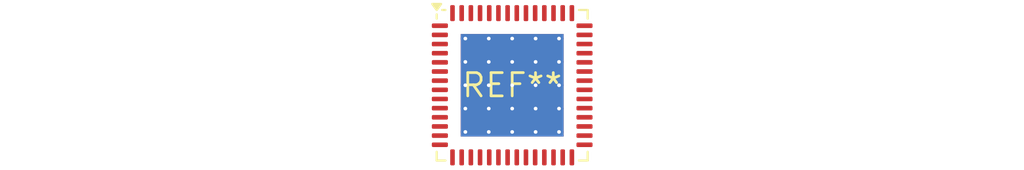
<source format=kicad_pcb>
(kicad_pcb (version 20240108) (generator pcbnew)
  (layers (0 "F.Cu" signal) (31 "B.Cu" signal) (34 "B.Paste" user) (35 "F.Paste" user) (36 "B.SilkS" user "B.Silkscreen") (37 "F.SilkS" user "F.Silkscreen") (38 "B.Mask" user) (39 "F.Mask" user) (44 "Edge.Cuts" user))
  (net 0 "")
  (footprint "QFN-56-1EP_8x8mm_P0.5mm_EP5.6x5.6mm_ThermalVias" (layer "F.Cu") (at 0 0)
    (property "Reference" "REF**")
    (property "Value" "QFN-56-1EP_8x8mm_P0.5mm_EP5.6x5.6mm_ThermalVias")
    (fp_line (start -4.11 -3.635) (end -4.11 -3.87) (layer "F.SilkS") (stroke (width 0.12)))
    (fp_line (start -4.11 4.11) (end -4.11 3.635) (layer "F.SilkS") (stroke (width 0.12)))
    (fp_line (start -3.635 -4.11) (end -3.81 -4.11) (layer "F.SilkS") (stroke (width 0.12)))
    (fp_line (start -3.635 4.11) (end -4.11 4.11) (layer "F.SilkS") (stroke (width 0.12)))
    (fp_line (start 3.635 -4.11) (end 4.11 -4.11) (layer "F.SilkS") (stroke (width 0.12)))
    (fp_line (start 3.635 4.11) (end 4.11 4.11) (layer "F.SilkS") (stroke (width 0.12)))
    (fp_line (start 4.11 -4.11) (end 4.11 -3.635) (layer "F.SilkS") (stroke (width 0.12)))
    (fp_line (start 4.11 4.11) (end 4.11 3.635) (layer "F.SilkS") (stroke (width 0.12)))
    (fp_poly (pts (xy -4.11 -4.11) (xy -4.35 -4.44) (xy -3.87 -4.44) (xy -4.11 -4.11)) (layer "F.SilkS") (stroke (width 0.12)) (fill solid))
    (pad "1" smd roundrect (at -3.9375 -3.25) (size 0.875 0.25) (layers "F.Cu" "F.Paste" "F.Mask"))
    (pad "2" smd roundrect (at -3.9375 -2.75) (size 0.875 0.25) (layers "F.Cu" "F.Paste" "F.Mask"))
    (pad "3" smd roundrect (at -3.9375 -2.25) (size 0.875 0.25) (layers "F.Cu" "F.Paste" "F.Mask"))
    (pad "4" smd roundrect (at -3.9375 -1.75) (size 0.875 0.25) (layers "F.Cu" "F.Paste" "F.Mask"))
    (pad "5" smd roundrect (at -3.9375 -1.25) (size 0.875 0.25) (layers "F.Cu" "F.Paste" "F.Mask"))
    (pad "6" smd roundrect (at -3.9375 -0.75) (size 0.875 0.25) (layers "F.Cu" "F.Paste" "F.Mask"))
    (pad "7" smd roundrect (at -3.9375 -0.25) (size 0.875 0.25) (layers "F.Cu" "F.Paste" "F.Mask"))
    (pad "8" smd roundrect (at -3.9375 0.25) (size 0.875 0.25) (layers "F.Cu" "F.Paste" "F.Mask"))
    (pad "9" smd roundrect (at -3.9375 0.75) (size 0.875 0.25) (layers "F.Cu" "F.Paste" "F.Mask"))
    (pad "10" smd roundrect (at -3.9375 1.25) (size 0.875 0.25) (layers "F.Cu" "F.Paste" "F.Mask"))
    (pad "11" smd roundrect (at -3.9375 1.75) (size 0.875 0.25) (layers "F.Cu" "F.Paste" "F.Mask"))
    (pad "12" smd roundrect (at -3.9375 2.25) (size 0.875 0.25) (layers "F.Cu" "F.Paste" "F.Mask"))
    (pad "13" smd roundrect (at -3.9375 2.75) (size 0.875 0.25) (layers "F.Cu" "F.Paste" "F.Mask"))
    (pad "14" smd roundrect (at -3.9375 3.25) (size 0.875 0.25) (layers "F.Cu" "F.Paste" "F.Mask"))
    (pad "15" smd roundrect (at -3.25 3.9375) (size 0.25 0.875) (layers "F.Cu" "F.Paste" "F.Mask"))
    (pad "16" smd roundrect (at -2.75 3.9375) (size 0.25 0.875) (layers "F.Cu" "F.Paste" "F.Mask"))
    (pad "17" smd roundrect (at -2.25 3.9375) (size 0.25 0.875) (layers "F.Cu" "F.Paste" "F.Mask"))
    (pad "18" smd roundrect (at -1.75 3.9375) (size 0.25 0.875) (layers "F.Cu" "F.Paste" "F.Mask"))
    (pad "19" smd roundrect (at -1.25 3.9375) (size 0.25 0.875) (layers "F.Cu" "F.Paste" "F.Mask"))
    (pad "20" smd roundrect (at -0.75 3.9375) (size 0.25 0.875) (layers "F.Cu" "F.Paste" "F.Mask"))
    (pad "21" smd roundrect (at -0.25 3.9375) (size 0.25 0.875) (layers "F.Cu" "F.Paste" "F.Mask"))
    (pad "22" smd roundrect (at 0.25 3.9375) (size 0.25 0.875) (layers "F.Cu" "F.Paste" "F.Mask"))
    (pad "23" smd roundrect (at 0.75 3.9375) (size 0.25 0.875) (layers "F.Cu" "F.Paste" "F.Mask"))
    (pad "24" smd roundrect (at 1.25 3.9375) (size 0.25 0.875) (layers "F.Cu" "F.Paste" "F.Mask"))
    (pad "25" smd roundrect (at 1.75 3.9375) (size 0.25 0.875) (layers "F.Cu" "F.Paste" "F.Mask"))
    (pad "26" smd roundrect (at 2.25 3.9375) (size 0.25 0.875) (layers "F.Cu" "F.Paste" "F.Mask"))
    (pad "27" smd roundrect (at 2.75 3.9375) (size 0.25 0.875) (layers "F.Cu" "F.Paste" "F.Mask"))
    (pad "28" smd roundrect (at 3.25 3.9375) (size 0.25 0.875) (layers "F.Cu" "F.Paste" "F.Mask"))
    (pad "29" smd roundrect (at 3.9375 3.25) (size 0.875 0.25) (layers "F.Cu" "F.Paste" "F.Mask"))
    (pad "30" smd roundrect (at 3.9375 2.75) (size 0.875 0.25) (layers "F.Cu" "F.Paste" "F.Mask"))
    (pad "31" smd roundrect (at 3.9375 2.25) (size 0.875 0.25) (layers "F.Cu" "F.Paste" "F.Mask"))
    (pad "32" smd roundrect (at 3.9375 1.75) (size 0.875 0.25) (layers "F.Cu" "F.Paste" "F.Mask"))
    (pad "33" smd roundrect (at 3.9375 1.25) (size 0.875 0.25) (layers "F.Cu" "F.Paste" "F.Mask"))
    (pad "34" smd roundrect (at 3.9375 0.75) (size 0.875 0.25) (layers "F.Cu" "F.Paste" "F.Mask"))
    (pad "35" smd roundrect (at 3.9375 0.25) (size 0.875 0.25) (layers "F.Cu" "F.Paste" "F.Mask"))
    (pad "36" smd roundrect (at 3.9375 -0.25) (size 0.875 0.25) (layers "F.Cu" "F.Paste" "F.Mask"))
    (pad "37" smd roundrect (at 3.9375 -0.75) (size 0.875 0.25) (layers "F.Cu" "F.Paste" "F.Mask"))
    (pad "38" smd roundrect (at 3.9375 -1.25) (size 0.875 0.25) (layers "F.Cu" "F.Paste" "F.Mask"))
    (pad "39" smd roundrect (at 3.9375 -1.75) (size 0.875 0.25) (layers "F.Cu" "F.Paste" "F.Mask"))
    (pad "40" smd roundrect (at 3.9375 -2.25) (size 0.875 0.25) (layers "F.Cu" "F.Paste" "F.Mask"))
    (pad "41" smd roundrect (at 3.9375 -2.75) (size 0.875 0.25) (layers "F.Cu" "F.Paste" "F.Mask"))
    (pad "42" smd roundrect (at 3.9375 -3.25) (size 0.875 0.25) (layers "F.Cu" "F.Paste" "F.Mask"))
    (pad "43" smd roundrect (at 3.25 -3.9375) (size 0.25 0.875) (layers "F.Cu" "F.Paste" "F.Mask"))
    (pad "44" smd roundrect (at 2.75 -3.9375) (size 0.25 0.875) (layers "F.Cu" "F.Paste" "F.Mask"))
    (pad "45" smd roundrect (at 2.25 -3.9375) (size 0.25 0.875) (layers "F.Cu" "F.Paste" "F.Mask"))
    (pad "46" smd roundrect (at 1.75 -3.9375) (size 0.25 0.875) (layers "F.Cu" "F.Paste" "F.Mask"))
    (pad "47" smd roundrect (at 1.25 -3.9375) (size 0.25 0.875) (layers "F.Cu" "F.Paste" "F.Mask"))
    (pad "48" smd roundrect (at 0.75 -3.9375) (size 0.25 0.875) (layers "F.Cu" "F.Paste" "F.Mask"))
    (pad "49" smd roundrect (at 0.25 -3.9375) (size 0.25 0.875) (layers "F.Cu" "F.Paste" "F.Mask"))
    (pad "50" smd roundrect (at -0.25 -3.9375) (size 0.25 0.875) (layers "F.Cu" "F.Paste" "F.Mask"))
    (pad "51" smd roundrect (at -0.75 -3.9375) (size 0.25 0.875) (layers "F.Cu" "F.Paste" "F.Mask"))
    (pad "52" smd roundrect (at -1.25 -3.9375) (size 0.25 0.875) (layers "F.Cu" "F.Paste" "F.Mask"))
    (pad "53" smd roundrect (at -1.75 -3.9375) (size 0.25 0.875) (layers "F.Cu" "F.Paste" "F.Mask"))
    (pad "54" smd roundrect (at -2.25 -3.9375) (size 0.25 0.875) (layers "F.Cu" "F.Paste" "F.Mask"))
    (pad "55" smd roundrect (at -2.75 -3.9375) (size 0.25 0.875) (layers "F.Cu" "F.Paste" "F.Mask"))
    (pad "56" smd roundrect (at -3.25 -3.9375) (size 0.25 0.875) (layers "F.Cu" "F.Paste" "F.Mask"))
    (pad "57" thru_hole circle (at -2.55 -2.55) (size 0.5 0.5) (drill 0.2) (property pad_prop_heatsink) (layers *.Cu) (remove_unused_layers))
    (pad "57" thru_hole circle (at -2.55 -1.275) (size 0.5 0.5) (drill 0.2) (property pad_prop_heatsink) (layers *.Cu) (remove_unused_layers))
    (pad "57" thru_hole circle (at -2.55 0) (size 0.5 0.5) (drill 0.2) (property pad_prop_heatsink) (layers *.Cu) (remove_unused_layers))
    (pad "57" thru_hole circle (at -2.55 1.275) (size 0.5 0.5) (drill 0.2) (property pad_prop_heatsink) (layers *.Cu) (remove_unused_layers))
    (pad "57" thru_hole circle (at -2.55 2.55) (size 0.5 0.5) (drill 0.2) (property pad_prop_heatsink) (layers *.Cu) (remove_unused_layers))
    (pad "57" thru_hole circle (at -1.275 -2.55) (size 0.5 0.5) (drill 0.2) (property pad_prop_heatsink) (layers *.Cu) (remove_unused_layers))
    (pad "57" thru_hole circle (at -1.275 -1.275) (size 0.5 0.5) (drill 0.2) (property pad_prop_heatsink) (layers *.Cu) (remove_unused_layers))
    (pad "57" thru_hole circle (at -1.275 0) (size 0.5 0.5) (drill 0.2) (property pad_prop_heatsink) (layers *.Cu) (remove_unused_layers))
    (pad "57" thru_hole circle (at -1.275 1.275) (size 0.5 0.5) (drill 0.2) (property pad_prop_heatsink) (layers *.Cu) (remove_unused_layers))
    (pad "57" thru_hole circle (at -1.275 2.55) (size 0.5 0.5) (drill 0.2) (property pad_prop_heatsink) (layers *.Cu) (remove_unused_layers))
    (pad "57" thru_hole circle (at 0 -2.55) (size 0.5 0.5) (drill 0.2) (property pad_prop_heatsink) (layers *.Cu) (remove_unused_layers))
    (pad "57" thru_hole circle (at 0 -1.275) (size 0.5 0.5) (drill 0.2) (property pad_prop_heatsink) (layers *.Cu) (remove_unused_layers))
    (pad "57" thru_hole circle (at 0 0) (size 0.5 0.5) (drill 0.2) (property pad_prop_heatsink) (layers *.Cu) (remove_unused_layers))
    (pad "57" smd rect (at 0 0) (size 5.6 5.6) (property pad_prop_heatsink) (layers "F.Cu" "F.Mask"))
    (pad "57" smd rect (at 0 0) (size 5.6 5.6) (property pad_prop_heatsink) (layers "B.Cu"))
    (pad "57" thru_hole circle (at 0 1.275) (size 0.5 0.5) (drill 0.2) (property pad_prop_heatsink) (layers *.Cu) (remove_unused_layers))
    (pad "57" thru_hole circle (at 0 2.55) (size 0.5 0.5) (drill 0.2) (property pad_prop_heatsink) (layers *.Cu) (remove_unused_layers))
    (pad "57" thru_hole circle (at 1.275 -2.55) (size 0.5 0.5) (drill 0.2) (property pad_prop_heatsink) (layers *.Cu) (remove_unused_layers))
    (pad "57" thru_hole circle (at 1.275 -1.275) (size 0.5 0.5) (drill 0.2) (property pad_prop_heatsink) (layers *.Cu) (remove_unused_layers))
    (pad "57" thru_hole circle (at 1.275 0) (size 0.5 0.5) (drill 0.2) (property pad_prop_heatsink) (layers *.Cu) (remove_unused_layers))
    (pad "57" thru_hole circle (at 1.275 1.275) (size 0.5 0.5) (drill 0.2) (property pad_prop_heatsink) (layers *.Cu) (remove_unused_layers))
    (pad "57" thru_hole circle (at 1.275 2.55) (size 0.5 0.5) (drill 0.2) (property pad_prop_heatsink) (layers *.Cu) (remove_unused_layers))
    (pad "57" thru_hole circle (at 2.55 -2.55) (size 0.5 0.5) (drill 0.2) (property pad_prop_heatsink) (layers *.Cu) (remove_unused_layers))
    (pad "57" thru_hole circle (at 2.55 -1.275) (size 0.5 0.5) (drill 0.2) (property pad_prop_heatsink) (layers *.Cu) (remove_unused_layers))
    (pad "57" thru_hole circle (at 2.55 0) (size 0.5 0.5) (drill 0.2) (property pad_prop_heatsink) (layers *.Cu) (remove_unused_layers))
    (pad "57" thru_hole circle (at 2.55 1.275) (size 0.5 0.5) (drill 0.2) (property pad_prop_heatsink) (layers *.Cu) (remove_unused_layers))
    (pad "57" thru_hole circle (at 2.55 2.55) (size 0.5 0.5) (drill 0.2) (property pad_prop_heatsink) (layers *.Cu) (remove_unused_layers))
  )
)
</source>
